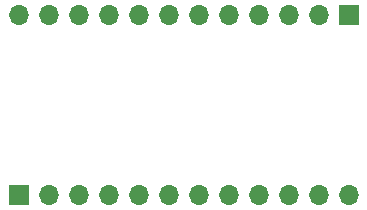
<source format=gbr>
G04 #@! TF.GenerationSoftware,KiCad,Pcbnew,(5.1.5)-3*
G04 #@! TF.CreationDate,2020-06-05T16:26:23+02:00*
G04 #@! TF.ProjectId,FFC_24Pin_P0.5mm_Breakout,4646435f-3234-4506-996e-5f50302e356d,rev?*
G04 #@! TF.SameCoordinates,Original*
G04 #@! TF.FileFunction,Copper,L2,Bot*
G04 #@! TF.FilePolarity,Positive*
%FSLAX46Y46*%
G04 Gerber Fmt 4.6, Leading zero omitted, Abs format (unit mm)*
G04 Created by KiCad (PCBNEW (5.1.5)-3) date 2020-06-05 16:26:23*
%MOMM*%
%LPD*%
G04 APERTURE LIST*
%ADD10O,1.700000X1.700000*%
%ADD11R,1.700000X1.700000*%
G04 APERTURE END LIST*
D10*
X91440000Y-78740000D03*
X93980000Y-78740000D03*
X96520000Y-78740000D03*
X99060000Y-78740000D03*
X101600000Y-78740000D03*
X104140000Y-78740000D03*
X106680000Y-78740000D03*
X109220000Y-78740000D03*
X111760000Y-78740000D03*
X114300000Y-78740000D03*
X116840000Y-78740000D03*
D11*
X119380000Y-78740000D03*
D10*
X119380000Y-93980000D03*
X116840000Y-93980000D03*
X114300000Y-93980000D03*
X111760000Y-93980000D03*
X109220000Y-93980000D03*
X106680000Y-93980000D03*
X104140000Y-93980000D03*
X101600000Y-93980000D03*
X99060000Y-93980000D03*
X96520000Y-93980000D03*
X93980000Y-93980000D03*
D11*
X91440000Y-93980000D03*
M02*

</source>
